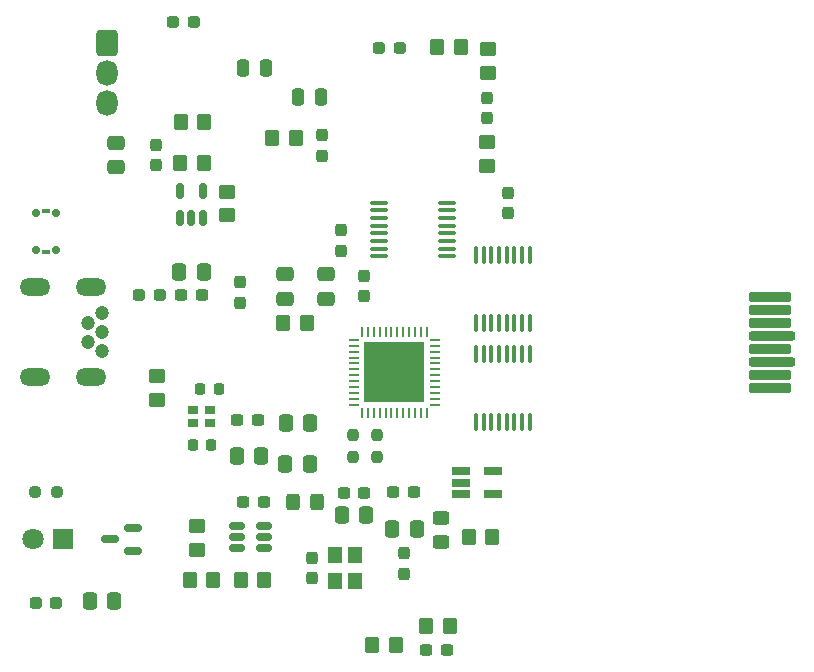
<source format=gbr>
%TF.GenerationSoftware,KiCad,Pcbnew,7.0.5*%
%TF.CreationDate,2023-07-09T17:38:26+09:00*%
%TF.ProjectId,sdcdmuxemmc,73646364-6d75-4786-956d-6d632e6b6963,rev?*%
%TF.SameCoordinates,Original*%
%TF.FileFunction,Soldermask,Top*%
%TF.FilePolarity,Negative*%
%FSLAX46Y46*%
G04 Gerber Fmt 4.6, Leading zero omitted, Abs format (unit mm)*
G04 Created by KiCad (PCBNEW 7.0.5) date 2023-07-09 17:38:26*
%MOMM*%
%LPD*%
G01*
G04 APERTURE LIST*
G04 Aperture macros list*
%AMRoundRect*
0 Rectangle with rounded corners*
0 $1 Rounding radius*
0 $2 $3 $4 $5 $6 $7 $8 $9 X,Y pos of 4 corners*
0 Add a 4 corners polygon primitive as box body*
4,1,4,$2,$3,$4,$5,$6,$7,$8,$9,$2,$3,0*
0 Add four circle primitives for the rounded corners*
1,1,$1+$1,$2,$3*
1,1,$1+$1,$4,$5*
1,1,$1+$1,$6,$7*
1,1,$1+$1,$8,$9*
0 Add four rect primitives between the rounded corners*
20,1,$1+$1,$2,$3,$4,$5,0*
20,1,$1+$1,$4,$5,$6,$7,0*
20,1,$1+$1,$6,$7,$8,$9,0*
20,1,$1+$1,$8,$9,$2,$3,0*%
G04 Aperture macros list end*
%ADD10RoundRect,0.237500X0.237500X-0.300000X0.237500X0.300000X-0.237500X0.300000X-0.237500X-0.300000X0*%
%ADD11RoundRect,0.250000X-0.350000X-0.450000X0.350000X-0.450000X0.350000X0.450000X-0.350000X0.450000X0*%
%ADD12RoundRect,0.237500X-0.300000X-0.237500X0.300000X-0.237500X0.300000X0.237500X-0.300000X0.237500X0*%
%ADD13RoundRect,0.200000X-1.600000X0.200000X-1.600000X-0.200000X1.600000X-0.200000X1.600000X0.200000X0*%
%ADD14RoundRect,0.200000X-1.750000X0.200000X-1.750000X-0.200000X1.750000X-0.200000X1.750000X0.200000X0*%
%ADD15RoundRect,0.250000X0.350000X0.450000X-0.350000X0.450000X-0.350000X-0.450000X0.350000X-0.450000X0*%
%ADD16RoundRect,0.250000X-0.337500X-0.475000X0.337500X-0.475000X0.337500X0.475000X-0.337500X0.475000X0*%
%ADD17RoundRect,0.250000X0.337500X0.475000X-0.337500X0.475000X-0.337500X-0.475000X0.337500X-0.475000X0*%
%ADD18RoundRect,0.100000X-0.100000X0.637500X-0.100000X-0.637500X0.100000X-0.637500X0.100000X0.637500X0*%
%ADD19RoundRect,0.062500X0.062500X-0.375000X0.062500X0.375000X-0.062500X0.375000X-0.062500X-0.375000X0*%
%ADD20RoundRect,0.062500X0.375000X-0.062500X0.375000X0.062500X-0.375000X0.062500X-0.375000X-0.062500X0*%
%ADD21C,3.000000*%
%ADD22R,5.150000X5.150000*%
%ADD23R,0.900000X0.800000*%
%ADD24RoundRect,0.150000X-0.512500X-0.150000X0.512500X-0.150000X0.512500X0.150000X-0.512500X0.150000X0*%
%ADD25RoundRect,0.250000X-0.450000X0.350000X-0.450000X-0.350000X0.450000X-0.350000X0.450000X0.350000X0*%
%ADD26RoundRect,0.237500X-0.287500X-0.237500X0.287500X-0.237500X0.287500X0.237500X-0.287500X0.237500X0*%
%ADD27C,1.200000*%
%ADD28O,2.600000X1.500000*%
%ADD29RoundRect,0.250200X-0.649800X0.849800X-0.649800X-0.849800X0.649800X-0.849800X0.649800X0.849800X0*%
%ADD30O,1.800000X2.200000*%
%ADD31R,1.200000X1.400000*%
%ADD32RoundRect,0.150000X-0.150000X0.175000X-0.150000X-0.175000X0.150000X-0.175000X0.150000X0.175000X0*%
%ADD33RoundRect,0.087500X-0.262500X0.087500X-0.262500X-0.087500X0.262500X-0.087500X0.262500X0.087500X0*%
%ADD34RoundRect,0.237500X0.237500X-0.287500X0.237500X0.287500X-0.237500X0.287500X-0.237500X-0.287500X0*%
%ADD35RoundRect,0.250000X0.475000X-0.337500X0.475000X0.337500X-0.475000X0.337500X-0.475000X-0.337500X0*%
%ADD36RoundRect,0.225000X0.225000X0.250000X-0.225000X0.250000X-0.225000X-0.250000X0.225000X-0.250000X0*%
%ADD37RoundRect,0.150000X0.150000X-0.512500X0.150000X0.512500X-0.150000X0.512500X-0.150000X-0.512500X0*%
%ADD38RoundRect,0.250000X-0.325000X-0.450000X0.325000X-0.450000X0.325000X0.450000X-0.325000X0.450000X0*%
%ADD39RoundRect,0.250000X0.450000X-0.325000X0.450000X0.325000X-0.450000X0.325000X-0.450000X-0.325000X0*%
%ADD40RoundRect,0.237500X0.287500X0.237500X-0.287500X0.237500X-0.287500X-0.237500X0.287500X-0.237500X0*%
%ADD41RoundRect,0.237500X-0.237500X0.300000X-0.237500X-0.300000X0.237500X-0.300000X0.237500X0.300000X0*%
%ADD42RoundRect,0.100000X0.637500X0.100000X-0.637500X0.100000X-0.637500X-0.100000X0.637500X-0.100000X0*%
%ADD43RoundRect,0.250000X0.250000X0.475000X-0.250000X0.475000X-0.250000X-0.475000X0.250000X-0.475000X0*%
%ADD44RoundRect,0.237500X0.300000X0.237500X-0.300000X0.237500X-0.300000X-0.237500X0.300000X-0.237500X0*%
%ADD45R,1.800000X1.800000*%
%ADD46C,1.800000*%
%ADD47RoundRect,0.237500X-0.237500X0.250000X-0.237500X-0.250000X0.237500X-0.250000X0.237500X0.250000X0*%
%ADD48RoundRect,0.250000X0.450000X-0.350000X0.450000X0.350000X-0.450000X0.350000X-0.450000X-0.350000X0*%
%ADD49RoundRect,0.237500X-0.237500X0.287500X-0.237500X-0.287500X0.237500X-0.287500X0.237500X0.287500X0*%
%ADD50RoundRect,0.237500X0.250000X0.237500X-0.250000X0.237500X-0.250000X-0.237500X0.250000X-0.237500X0*%
%ADD51RoundRect,0.150000X0.587500X0.150000X-0.587500X0.150000X-0.587500X-0.150000X0.587500X-0.150000X0*%
%ADD52RoundRect,0.225000X-0.225000X-0.250000X0.225000X-0.250000X0.225000X0.250000X-0.225000X0.250000X0*%
%ADD53R,1.560000X0.650000*%
G04 APERTURE END LIST*
D10*
%TO.C,C408*%
X190937500Y-93555000D03*
X190937500Y-91830000D03*
%TD*%
D11*
%TO.C,R309*%
X175410000Y-78770000D03*
X177410000Y-78770000D03*
%TD*%
D12*
%TO.C,C509*%
X196217500Y-123540000D03*
X197942500Y-123540000D03*
%TD*%
D13*
%TO.C,J102*%
X225320000Y-93625000D03*
X225320000Y-94725000D03*
X225320000Y-95825000D03*
D14*
X225470000Y-96925000D03*
D13*
X225320000Y-98025000D03*
D14*
X225470000Y-99125000D03*
D13*
X225320000Y-100225000D03*
X225320000Y-101325000D03*
%TD*%
D15*
%TO.C,R308*%
X186090000Y-95850000D03*
X184090000Y-95850000D03*
%TD*%
D12*
%TO.C,C511*%
X189237500Y-110180000D03*
X190962500Y-110180000D03*
%TD*%
D10*
%TO.C,C307*%
X173280000Y-82462500D03*
X173280000Y-80737500D03*
%TD*%
D16*
%TO.C,C304*%
X175292500Y-91520000D03*
X177367500Y-91520000D03*
%TD*%
D17*
%TO.C,C411*%
X186377500Y-104320000D03*
X184302500Y-104320000D03*
%TD*%
D11*
%TO.C,R509*%
X196180000Y-121500000D03*
X198180000Y-121500000D03*
%TD*%
D18*
%TO.C,U602*%
X204967000Y-98483500D03*
X204317000Y-98483500D03*
X203667000Y-98483500D03*
X203017000Y-98483500D03*
X202367000Y-98483500D03*
X201717000Y-98483500D03*
X201067000Y-98483500D03*
X200417000Y-98483500D03*
X200417000Y-104208500D03*
X201067000Y-104208500D03*
X201717000Y-104208500D03*
X202367000Y-104208500D03*
X203017000Y-104208500D03*
X203667000Y-104208500D03*
X204317000Y-104208500D03*
X204967000Y-104208500D03*
%TD*%
D12*
%TO.C,C302*%
X175467500Y-93450000D03*
X177192500Y-93450000D03*
%TD*%
D10*
%TO.C,C606*%
X201350000Y-78492500D03*
X201350000Y-76767500D03*
%TD*%
D19*
%TO.C,U402*%
X190750000Y-103437500D03*
X191250000Y-103437500D03*
X191750000Y-103437500D03*
X192250000Y-103437500D03*
X192750000Y-103437500D03*
X193250000Y-103437500D03*
X193750000Y-103437500D03*
X194250000Y-103437500D03*
X194750000Y-103437500D03*
X195250000Y-103437500D03*
X195750000Y-103437500D03*
X196250000Y-103437500D03*
D20*
X196937500Y-102750000D03*
X196937500Y-102250000D03*
X196937500Y-101750000D03*
X196937500Y-101250000D03*
X196937500Y-100750000D03*
X196937500Y-100250000D03*
X196937500Y-99750000D03*
X196937500Y-99250000D03*
X196937500Y-98750000D03*
X196937500Y-98250000D03*
X196937500Y-97750000D03*
X196937500Y-97250000D03*
D19*
X196250000Y-96562500D03*
X195750000Y-96562500D03*
X195250000Y-96562500D03*
X194750000Y-96562500D03*
X194250000Y-96562500D03*
X193750000Y-96562500D03*
X193250000Y-96562500D03*
X192750000Y-96562500D03*
X192250000Y-96562500D03*
X191750000Y-96562500D03*
X191250000Y-96562500D03*
X190750000Y-96562500D03*
D20*
X190062500Y-97250000D03*
X190062500Y-97750000D03*
X190062500Y-98250000D03*
X190062500Y-98750000D03*
X190062500Y-99250000D03*
X190062500Y-99750000D03*
X190062500Y-100250000D03*
X190062500Y-100750000D03*
X190062500Y-101250000D03*
X190062500Y-101750000D03*
X190062500Y-102250000D03*
X190062500Y-102750000D03*
D21*
X193500000Y-100000000D03*
D22*
X193500000Y-100000000D03*
%TD*%
D15*
%TO.C,R405*%
X185150000Y-80160000D03*
X183150000Y-80160000D03*
%TD*%
D23*
%TO.C,Y401*%
X177860000Y-103190000D03*
X176460000Y-103190000D03*
X176460000Y-104290000D03*
X177860000Y-104290000D03*
%TD*%
D24*
%TO.C,U501*%
X180212500Y-113000000D03*
X180212500Y-113950000D03*
X180212500Y-114900000D03*
X182487500Y-114900000D03*
X182487500Y-113950000D03*
X182487500Y-113000000D03*
%TD*%
D25*
%TO.C,R602*%
X201350000Y-80490000D03*
X201350000Y-82490000D03*
%TD*%
%TO.C,R306*%
X179320000Y-84700000D03*
X179320000Y-86700000D03*
%TD*%
D26*
%TO.C,D201*%
X163125000Y-119500000D03*
X164875000Y-119500000D03*
%TD*%
D27*
%TO.C,J101*%
X168750000Y-95000000D03*
X167550000Y-95800000D03*
X168750000Y-96600000D03*
X167550000Y-97400000D03*
X168750000Y-98200000D03*
D28*
X167850000Y-92800000D03*
X163050000Y-92800000D03*
X167850000Y-100400000D03*
X163050000Y-100400000D03*
%TD*%
D29*
%TO.C,U201*%
X169152500Y-72105000D03*
D30*
X169152500Y-74645000D03*
X169152500Y-77185000D03*
%TD*%
D31*
%TO.C,Y501*%
X188460000Y-115490000D03*
X188460000Y-117690000D03*
X190160000Y-117690000D03*
X190160000Y-115490000D03*
%TD*%
D11*
%TO.C,R305*%
X175340000Y-82310000D03*
X177340000Y-82310000D03*
%TD*%
D32*
%TO.C,SW301*%
X164830000Y-86525000D03*
X164830000Y-89675000D03*
X163130000Y-86525000D03*
X163130000Y-89675000D03*
D33*
X163980000Y-86375000D03*
X163980000Y-89825000D03*
%TD*%
D34*
%TO.C,D501*%
X203130000Y-86535000D03*
X203130000Y-84785000D03*
%TD*%
D35*
%TO.C,C308*%
X169900000Y-82617500D03*
X169900000Y-80542500D03*
%TD*%
D36*
%TO.C,C403*%
X177985000Y-106160000D03*
X176435000Y-106160000D03*
%TD*%
D37*
%TO.C,U301*%
X175360000Y-86907500D03*
X176310000Y-86907500D03*
X177260000Y-86907500D03*
X177260000Y-84632500D03*
X175360000Y-84632500D03*
%TD*%
D38*
%TO.C,FB501*%
X184915000Y-110990000D03*
X186965000Y-110990000D03*
%TD*%
D15*
%TO.C,R601*%
X193620000Y-123100000D03*
X191620000Y-123100000D03*
%TD*%
D16*
%TO.C,C201*%
X167702500Y-119390000D03*
X169777500Y-119390000D03*
%TD*%
D39*
%TO.C,FB502*%
X197410000Y-114345000D03*
X197410000Y-112295000D03*
%TD*%
D40*
%TO.C,D302*%
X176505000Y-70310000D03*
X174755000Y-70310000D03*
%TD*%
D15*
%TO.C,R404*%
X201800000Y-113910000D03*
X199800000Y-113910000D03*
%TD*%
D41*
%TO.C,C504*%
X186510000Y-115717500D03*
X186510000Y-117442500D03*
%TD*%
D11*
%TO.C,R507*%
X180500000Y-117590000D03*
X182500000Y-117590000D03*
%TD*%
D42*
%TO.C,U603*%
X197962500Y-90175000D03*
X197962500Y-89525000D03*
X197962500Y-88875000D03*
X197962500Y-88225000D03*
X197962500Y-87575000D03*
X197962500Y-86925000D03*
X197962500Y-86275000D03*
X197962500Y-85625000D03*
X192237500Y-85625000D03*
X192237500Y-86275000D03*
X192237500Y-86925000D03*
X192237500Y-87575000D03*
X192237500Y-88225000D03*
X192237500Y-88875000D03*
X192237500Y-89525000D03*
X192237500Y-90175000D03*
%TD*%
D43*
%TO.C,C605*%
X182590000Y-74230000D03*
X180690000Y-74230000D03*
%TD*%
D25*
%TO.C,R508*%
X201460000Y-72620000D03*
X201460000Y-74620000D03*
%TD*%
D18*
%TO.C,U601*%
X204967000Y-90101500D03*
X204317000Y-90101500D03*
X203667000Y-90101500D03*
X203017000Y-90101500D03*
X202367000Y-90101500D03*
X201717000Y-90101500D03*
X201067000Y-90101500D03*
X200417000Y-90101500D03*
X200417000Y-95826500D03*
X201067000Y-95826500D03*
X201717000Y-95826500D03*
X202367000Y-95826500D03*
X203017000Y-95826500D03*
X203667000Y-95826500D03*
X204317000Y-95826500D03*
X204967000Y-95826500D03*
%TD*%
D44*
%TO.C,C406*%
X181912500Y-104040000D03*
X180187500Y-104040000D03*
%TD*%
D15*
%TO.C,R506*%
X178170000Y-117560000D03*
X176170000Y-117560000D03*
%TD*%
D45*
%TO.C,D202*%
X165465000Y-114100000D03*
D46*
X162925000Y-114100000D03*
%TD*%
D16*
%TO.C,C515*%
X193302500Y-113290000D03*
X195377500Y-113290000D03*
%TD*%
D10*
%TO.C,C309*%
X180410000Y-94112500D03*
X180410000Y-92387500D03*
%TD*%
D47*
%TO.C,R504*%
X190000000Y-105337500D03*
X190000000Y-107162500D03*
%TD*%
D48*
%TO.C,R502*%
X176790000Y-115010000D03*
X176790000Y-113010000D03*
%TD*%
D49*
%TO.C,D401*%
X187400000Y-79935000D03*
X187400000Y-81685000D03*
%TD*%
D35*
%TO.C,C410*%
X187707500Y-93770000D03*
X187707500Y-91695000D03*
%TD*%
D10*
%TO.C,C505*%
X194290000Y-117042500D03*
X194290000Y-115317500D03*
%TD*%
D35*
%TO.C,C412*%
X184237500Y-93790000D03*
X184237500Y-91715000D03*
%TD*%
D15*
%TO.C,R307*%
X199130000Y-72490000D03*
X197130000Y-72490000D03*
%TD*%
D50*
%TO.C,R203*%
X164902500Y-110120000D03*
X163077500Y-110120000D03*
%TD*%
D26*
%TO.C,D301*%
X192185000Y-72530000D03*
X193935000Y-72530000D03*
%TD*%
D51*
%TO.C,Q201*%
X171327500Y-115090000D03*
X171327500Y-113190000D03*
X169452500Y-114140000D03*
%TD*%
D48*
%TO.C,R401*%
X173440000Y-102310000D03*
X173440000Y-100310000D03*
%TD*%
D10*
%TO.C,C601*%
X189000000Y-89712500D03*
X189000000Y-87987500D03*
%TD*%
D52*
%TO.C,C404*%
X177065000Y-101450000D03*
X178615000Y-101450000D03*
%TD*%
D47*
%TO.C,R505*%
X192000000Y-105337500D03*
X192000000Y-107162500D03*
%TD*%
D16*
%TO.C,C514*%
X189052500Y-112100000D03*
X191127500Y-112100000D03*
%TD*%
D26*
%TO.C,FB301*%
X171895000Y-93420000D03*
X173645000Y-93420000D03*
%TD*%
D12*
%TO.C,C512*%
X193407500Y-110170000D03*
X195132500Y-110170000D03*
%TD*%
D17*
%TO.C,C402*%
X182217500Y-107110000D03*
X180142500Y-107110000D03*
%TD*%
%TO.C,C409*%
X186347500Y-107760000D03*
X184272500Y-107760000D03*
%TD*%
D44*
%TO.C,C502*%
X182442500Y-110970000D03*
X180717500Y-110970000D03*
%TD*%
D43*
%TO.C,C604*%
X187270000Y-76690000D03*
X185370000Y-76690000D03*
%TD*%
D53*
%TO.C,U401*%
X199130000Y-108380000D03*
X199130000Y-109330000D03*
X199130000Y-110280000D03*
X201830000Y-110280000D03*
X201830000Y-108380000D03*
%TD*%
M02*

</source>
